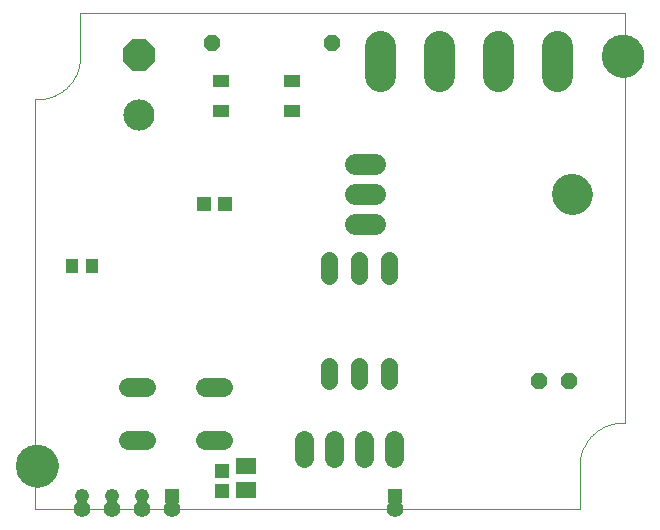
<source format=gbs>
G75*
%MOIN*%
%OFA0B0*%
%FSLAX25Y25*%
%IPPOS*%
%LPD*%
%AMOC8*
5,1,8,0,0,1.08239X$1,22.5*
%
%ADD10C,0.00394*%
%ADD11C,0.00000*%
%ADD12C,0.14180*%
%ADD13C,0.06337*%
%ADD14R,0.04337X0.04731*%
%ADD15R,0.05518X0.04337*%
%ADD16C,0.10400*%
%ADD17OC8,0.10400*%
%ADD18R,0.04534X0.04652*%
%ADD19C,0.10400*%
%ADD20OC8,0.05600*%
%ADD21C,0.07000*%
%ADD22C,0.13400*%
%ADD23C,0.05600*%
%ADD24R,0.04762X0.04762*%
%ADD25C,0.04762*%
%ADD26C,0.05550*%
%ADD27R,0.04652X0.04534*%
%ADD28R,0.06699X0.05518*%
%ADD29C,0.06400*%
D10*
X0014189Y0005042D02*
X0195882Y0005042D01*
X0195882Y0019609D02*
X0195886Y0019951D01*
X0195899Y0020294D01*
X0195919Y0020636D01*
X0195948Y0020977D01*
X0195985Y0021317D01*
X0196031Y0021657D01*
X0196084Y0021995D01*
X0196146Y0022332D01*
X0196216Y0022667D01*
X0196294Y0023001D01*
X0196380Y0023332D01*
X0196474Y0023662D01*
X0196576Y0023989D01*
X0196685Y0024313D01*
X0196803Y0024635D01*
X0196928Y0024954D01*
X0197061Y0025269D01*
X0197202Y0025582D01*
X0197350Y0025890D01*
X0197505Y0026196D01*
X0197668Y0026497D01*
X0197838Y0026794D01*
X0198015Y0027087D01*
X0198200Y0027376D01*
X0198391Y0027660D01*
X0198589Y0027940D01*
X0198793Y0028214D01*
X0199005Y0028484D01*
X0199222Y0028748D01*
X0199446Y0029007D01*
X0199677Y0029261D01*
X0199913Y0029509D01*
X0200155Y0029751D01*
X0200403Y0029987D01*
X0200657Y0030218D01*
X0200916Y0030442D01*
X0201180Y0030659D01*
X0201450Y0030871D01*
X0201724Y0031075D01*
X0202004Y0031273D01*
X0202288Y0031464D01*
X0202577Y0031649D01*
X0202870Y0031826D01*
X0203167Y0031996D01*
X0203468Y0032159D01*
X0203774Y0032314D01*
X0204082Y0032462D01*
X0204395Y0032603D01*
X0204710Y0032736D01*
X0205029Y0032861D01*
X0205351Y0032979D01*
X0205675Y0033088D01*
X0206002Y0033190D01*
X0206332Y0033284D01*
X0206663Y0033370D01*
X0206997Y0033448D01*
X0207332Y0033518D01*
X0207669Y0033580D01*
X0208007Y0033633D01*
X0208347Y0033679D01*
X0208687Y0033716D01*
X0209028Y0033745D01*
X0209370Y0033765D01*
X0209713Y0033778D01*
X0210055Y0033782D01*
X0211039Y0033782D02*
X0211039Y0170396D01*
X0029346Y0170396D01*
X0029346Y0155830D01*
X0029342Y0155488D01*
X0029329Y0155145D01*
X0029309Y0154803D01*
X0029280Y0154462D01*
X0029243Y0154122D01*
X0029197Y0153782D01*
X0029144Y0153444D01*
X0029082Y0153107D01*
X0029012Y0152772D01*
X0028934Y0152438D01*
X0028848Y0152107D01*
X0028754Y0151777D01*
X0028652Y0151450D01*
X0028543Y0151126D01*
X0028425Y0150804D01*
X0028300Y0150485D01*
X0028167Y0150170D01*
X0028026Y0149857D01*
X0027878Y0149549D01*
X0027723Y0149243D01*
X0027560Y0148942D01*
X0027390Y0148645D01*
X0027213Y0148352D01*
X0027028Y0148063D01*
X0026837Y0147779D01*
X0026639Y0147499D01*
X0026435Y0147225D01*
X0026223Y0146955D01*
X0026006Y0146691D01*
X0025782Y0146432D01*
X0025551Y0146178D01*
X0025315Y0145930D01*
X0025073Y0145688D01*
X0024825Y0145452D01*
X0024571Y0145221D01*
X0024312Y0144997D01*
X0024048Y0144780D01*
X0023778Y0144568D01*
X0023504Y0144364D01*
X0023224Y0144166D01*
X0022940Y0143975D01*
X0022651Y0143790D01*
X0022358Y0143613D01*
X0022061Y0143443D01*
X0021760Y0143280D01*
X0021454Y0143125D01*
X0021146Y0142977D01*
X0020833Y0142836D01*
X0020518Y0142703D01*
X0020199Y0142578D01*
X0019877Y0142460D01*
X0019553Y0142351D01*
X0019226Y0142249D01*
X0018896Y0142155D01*
X0018565Y0142069D01*
X0018231Y0141991D01*
X0017896Y0141921D01*
X0017559Y0141859D01*
X0017221Y0141806D01*
X0016881Y0141760D01*
X0016541Y0141723D01*
X0016200Y0141694D01*
X0015858Y0141674D01*
X0015515Y0141661D01*
X0015173Y0141657D01*
X0014189Y0141656D02*
X0014189Y0005042D01*
D11*
X0008086Y0019412D02*
X0008088Y0019581D01*
X0008094Y0019750D01*
X0008105Y0019919D01*
X0008119Y0020087D01*
X0008138Y0020255D01*
X0008161Y0020423D01*
X0008187Y0020590D01*
X0008218Y0020756D01*
X0008253Y0020922D01*
X0008292Y0021086D01*
X0008336Y0021250D01*
X0008383Y0021412D01*
X0008434Y0021573D01*
X0008489Y0021733D01*
X0008548Y0021892D01*
X0008610Y0022049D01*
X0008677Y0022204D01*
X0008748Y0022358D01*
X0008822Y0022510D01*
X0008900Y0022660D01*
X0008981Y0022808D01*
X0009066Y0022954D01*
X0009155Y0023098D01*
X0009247Y0023240D01*
X0009343Y0023379D01*
X0009442Y0023516D01*
X0009544Y0023651D01*
X0009650Y0023783D01*
X0009759Y0023912D01*
X0009871Y0024039D01*
X0009986Y0024163D01*
X0010104Y0024284D01*
X0010225Y0024402D01*
X0010349Y0024517D01*
X0010476Y0024629D01*
X0010605Y0024738D01*
X0010737Y0024844D01*
X0010872Y0024946D01*
X0011009Y0025045D01*
X0011148Y0025141D01*
X0011290Y0025233D01*
X0011434Y0025322D01*
X0011580Y0025407D01*
X0011728Y0025488D01*
X0011878Y0025566D01*
X0012030Y0025640D01*
X0012184Y0025711D01*
X0012339Y0025778D01*
X0012496Y0025840D01*
X0012655Y0025899D01*
X0012815Y0025954D01*
X0012976Y0026005D01*
X0013138Y0026052D01*
X0013302Y0026096D01*
X0013466Y0026135D01*
X0013632Y0026170D01*
X0013798Y0026201D01*
X0013965Y0026227D01*
X0014133Y0026250D01*
X0014301Y0026269D01*
X0014469Y0026283D01*
X0014638Y0026294D01*
X0014807Y0026300D01*
X0014976Y0026302D01*
X0015145Y0026300D01*
X0015314Y0026294D01*
X0015483Y0026283D01*
X0015651Y0026269D01*
X0015819Y0026250D01*
X0015987Y0026227D01*
X0016154Y0026201D01*
X0016320Y0026170D01*
X0016486Y0026135D01*
X0016650Y0026096D01*
X0016814Y0026052D01*
X0016976Y0026005D01*
X0017137Y0025954D01*
X0017297Y0025899D01*
X0017456Y0025840D01*
X0017613Y0025778D01*
X0017768Y0025711D01*
X0017922Y0025640D01*
X0018074Y0025566D01*
X0018224Y0025488D01*
X0018372Y0025407D01*
X0018518Y0025322D01*
X0018662Y0025233D01*
X0018804Y0025141D01*
X0018943Y0025045D01*
X0019080Y0024946D01*
X0019215Y0024844D01*
X0019347Y0024738D01*
X0019476Y0024629D01*
X0019603Y0024517D01*
X0019727Y0024402D01*
X0019848Y0024284D01*
X0019966Y0024163D01*
X0020081Y0024039D01*
X0020193Y0023912D01*
X0020302Y0023783D01*
X0020408Y0023651D01*
X0020510Y0023516D01*
X0020609Y0023379D01*
X0020705Y0023240D01*
X0020797Y0023098D01*
X0020886Y0022954D01*
X0020971Y0022808D01*
X0021052Y0022660D01*
X0021130Y0022510D01*
X0021204Y0022358D01*
X0021275Y0022204D01*
X0021342Y0022049D01*
X0021404Y0021892D01*
X0021463Y0021733D01*
X0021518Y0021573D01*
X0021569Y0021412D01*
X0021616Y0021250D01*
X0021660Y0021086D01*
X0021699Y0020922D01*
X0021734Y0020756D01*
X0021765Y0020590D01*
X0021791Y0020423D01*
X0021814Y0020255D01*
X0021833Y0020087D01*
X0021847Y0019919D01*
X0021858Y0019750D01*
X0021864Y0019581D01*
X0021866Y0019412D01*
X0021864Y0019243D01*
X0021858Y0019074D01*
X0021847Y0018905D01*
X0021833Y0018737D01*
X0021814Y0018569D01*
X0021791Y0018401D01*
X0021765Y0018234D01*
X0021734Y0018068D01*
X0021699Y0017902D01*
X0021660Y0017738D01*
X0021616Y0017574D01*
X0021569Y0017412D01*
X0021518Y0017251D01*
X0021463Y0017091D01*
X0021404Y0016932D01*
X0021342Y0016775D01*
X0021275Y0016620D01*
X0021204Y0016466D01*
X0021130Y0016314D01*
X0021052Y0016164D01*
X0020971Y0016016D01*
X0020886Y0015870D01*
X0020797Y0015726D01*
X0020705Y0015584D01*
X0020609Y0015445D01*
X0020510Y0015308D01*
X0020408Y0015173D01*
X0020302Y0015041D01*
X0020193Y0014912D01*
X0020081Y0014785D01*
X0019966Y0014661D01*
X0019848Y0014540D01*
X0019727Y0014422D01*
X0019603Y0014307D01*
X0019476Y0014195D01*
X0019347Y0014086D01*
X0019215Y0013980D01*
X0019080Y0013878D01*
X0018943Y0013779D01*
X0018804Y0013683D01*
X0018662Y0013591D01*
X0018518Y0013502D01*
X0018372Y0013417D01*
X0018224Y0013336D01*
X0018074Y0013258D01*
X0017922Y0013184D01*
X0017768Y0013113D01*
X0017613Y0013046D01*
X0017456Y0012984D01*
X0017297Y0012925D01*
X0017137Y0012870D01*
X0016976Y0012819D01*
X0016814Y0012772D01*
X0016650Y0012728D01*
X0016486Y0012689D01*
X0016320Y0012654D01*
X0016154Y0012623D01*
X0015987Y0012597D01*
X0015819Y0012574D01*
X0015651Y0012555D01*
X0015483Y0012541D01*
X0015314Y0012530D01*
X0015145Y0012524D01*
X0014976Y0012522D01*
X0014807Y0012524D01*
X0014638Y0012530D01*
X0014469Y0012541D01*
X0014301Y0012555D01*
X0014133Y0012574D01*
X0013965Y0012597D01*
X0013798Y0012623D01*
X0013632Y0012654D01*
X0013466Y0012689D01*
X0013302Y0012728D01*
X0013138Y0012772D01*
X0012976Y0012819D01*
X0012815Y0012870D01*
X0012655Y0012925D01*
X0012496Y0012984D01*
X0012339Y0013046D01*
X0012184Y0013113D01*
X0012030Y0013184D01*
X0011878Y0013258D01*
X0011728Y0013336D01*
X0011580Y0013417D01*
X0011434Y0013502D01*
X0011290Y0013591D01*
X0011148Y0013683D01*
X0011009Y0013779D01*
X0010872Y0013878D01*
X0010737Y0013980D01*
X0010605Y0014086D01*
X0010476Y0014195D01*
X0010349Y0014307D01*
X0010225Y0014422D01*
X0010104Y0014540D01*
X0009986Y0014661D01*
X0009871Y0014785D01*
X0009759Y0014912D01*
X0009650Y0015041D01*
X0009544Y0015173D01*
X0009442Y0015308D01*
X0009343Y0015445D01*
X0009247Y0015584D01*
X0009155Y0015726D01*
X0009066Y0015870D01*
X0008981Y0016016D01*
X0008900Y0016164D01*
X0008822Y0016314D01*
X0008748Y0016466D01*
X0008677Y0016620D01*
X0008610Y0016775D01*
X0008548Y0016932D01*
X0008489Y0017091D01*
X0008434Y0017251D01*
X0008383Y0017412D01*
X0008336Y0017574D01*
X0008292Y0017738D01*
X0008253Y0017902D01*
X0008218Y0018068D01*
X0008187Y0018234D01*
X0008161Y0018401D01*
X0008138Y0018569D01*
X0008119Y0018737D01*
X0008105Y0018905D01*
X0008094Y0019074D01*
X0008088Y0019243D01*
X0008086Y0019412D01*
X0014189Y0141656D02*
X0015173Y0141656D01*
X0186854Y0109971D02*
X0186856Y0110132D01*
X0186862Y0110292D01*
X0186872Y0110453D01*
X0186886Y0110613D01*
X0186904Y0110773D01*
X0186925Y0110932D01*
X0186951Y0111091D01*
X0186981Y0111249D01*
X0187014Y0111406D01*
X0187052Y0111563D01*
X0187093Y0111718D01*
X0187138Y0111872D01*
X0187187Y0112025D01*
X0187240Y0112177D01*
X0187296Y0112328D01*
X0187357Y0112477D01*
X0187420Y0112625D01*
X0187488Y0112771D01*
X0187559Y0112915D01*
X0187633Y0113057D01*
X0187711Y0113198D01*
X0187793Y0113336D01*
X0187878Y0113473D01*
X0187966Y0113607D01*
X0188058Y0113739D01*
X0188153Y0113869D01*
X0188251Y0113997D01*
X0188352Y0114122D01*
X0188456Y0114244D01*
X0188563Y0114364D01*
X0188673Y0114481D01*
X0188786Y0114596D01*
X0188902Y0114707D01*
X0189021Y0114816D01*
X0189142Y0114921D01*
X0189266Y0115024D01*
X0189392Y0115124D01*
X0189520Y0115220D01*
X0189651Y0115313D01*
X0189785Y0115403D01*
X0189920Y0115490D01*
X0190058Y0115573D01*
X0190197Y0115653D01*
X0190339Y0115729D01*
X0190482Y0115802D01*
X0190627Y0115871D01*
X0190774Y0115937D01*
X0190922Y0115999D01*
X0191072Y0116057D01*
X0191223Y0116112D01*
X0191376Y0116163D01*
X0191530Y0116210D01*
X0191685Y0116253D01*
X0191841Y0116292D01*
X0191997Y0116328D01*
X0192155Y0116359D01*
X0192313Y0116387D01*
X0192472Y0116411D01*
X0192632Y0116431D01*
X0192792Y0116447D01*
X0192952Y0116459D01*
X0193113Y0116467D01*
X0193274Y0116471D01*
X0193434Y0116471D01*
X0193595Y0116467D01*
X0193756Y0116459D01*
X0193916Y0116447D01*
X0194076Y0116431D01*
X0194236Y0116411D01*
X0194395Y0116387D01*
X0194553Y0116359D01*
X0194711Y0116328D01*
X0194867Y0116292D01*
X0195023Y0116253D01*
X0195178Y0116210D01*
X0195332Y0116163D01*
X0195485Y0116112D01*
X0195636Y0116057D01*
X0195786Y0115999D01*
X0195934Y0115937D01*
X0196081Y0115871D01*
X0196226Y0115802D01*
X0196369Y0115729D01*
X0196511Y0115653D01*
X0196650Y0115573D01*
X0196788Y0115490D01*
X0196923Y0115403D01*
X0197057Y0115313D01*
X0197188Y0115220D01*
X0197316Y0115124D01*
X0197442Y0115024D01*
X0197566Y0114921D01*
X0197687Y0114816D01*
X0197806Y0114707D01*
X0197922Y0114596D01*
X0198035Y0114481D01*
X0198145Y0114364D01*
X0198252Y0114244D01*
X0198356Y0114122D01*
X0198457Y0113997D01*
X0198555Y0113869D01*
X0198650Y0113739D01*
X0198742Y0113607D01*
X0198830Y0113473D01*
X0198915Y0113336D01*
X0198997Y0113198D01*
X0199075Y0113057D01*
X0199149Y0112915D01*
X0199220Y0112771D01*
X0199288Y0112625D01*
X0199351Y0112477D01*
X0199412Y0112328D01*
X0199468Y0112177D01*
X0199521Y0112025D01*
X0199570Y0111872D01*
X0199615Y0111718D01*
X0199656Y0111563D01*
X0199694Y0111406D01*
X0199727Y0111249D01*
X0199757Y0111091D01*
X0199783Y0110932D01*
X0199804Y0110773D01*
X0199822Y0110613D01*
X0199836Y0110453D01*
X0199846Y0110292D01*
X0199852Y0110132D01*
X0199854Y0109971D01*
X0199852Y0109810D01*
X0199846Y0109650D01*
X0199836Y0109489D01*
X0199822Y0109329D01*
X0199804Y0109169D01*
X0199783Y0109010D01*
X0199757Y0108851D01*
X0199727Y0108693D01*
X0199694Y0108536D01*
X0199656Y0108379D01*
X0199615Y0108224D01*
X0199570Y0108070D01*
X0199521Y0107917D01*
X0199468Y0107765D01*
X0199412Y0107614D01*
X0199351Y0107465D01*
X0199288Y0107317D01*
X0199220Y0107171D01*
X0199149Y0107027D01*
X0199075Y0106885D01*
X0198997Y0106744D01*
X0198915Y0106606D01*
X0198830Y0106469D01*
X0198742Y0106335D01*
X0198650Y0106203D01*
X0198555Y0106073D01*
X0198457Y0105945D01*
X0198356Y0105820D01*
X0198252Y0105698D01*
X0198145Y0105578D01*
X0198035Y0105461D01*
X0197922Y0105346D01*
X0197806Y0105235D01*
X0197687Y0105126D01*
X0197566Y0105021D01*
X0197442Y0104918D01*
X0197316Y0104818D01*
X0197188Y0104722D01*
X0197057Y0104629D01*
X0196923Y0104539D01*
X0196788Y0104452D01*
X0196650Y0104369D01*
X0196511Y0104289D01*
X0196369Y0104213D01*
X0196226Y0104140D01*
X0196081Y0104071D01*
X0195934Y0104005D01*
X0195786Y0103943D01*
X0195636Y0103885D01*
X0195485Y0103830D01*
X0195332Y0103779D01*
X0195178Y0103732D01*
X0195023Y0103689D01*
X0194867Y0103650D01*
X0194711Y0103614D01*
X0194553Y0103583D01*
X0194395Y0103555D01*
X0194236Y0103531D01*
X0194076Y0103511D01*
X0193916Y0103495D01*
X0193756Y0103483D01*
X0193595Y0103475D01*
X0193434Y0103471D01*
X0193274Y0103471D01*
X0193113Y0103475D01*
X0192952Y0103483D01*
X0192792Y0103495D01*
X0192632Y0103511D01*
X0192472Y0103531D01*
X0192313Y0103555D01*
X0192155Y0103583D01*
X0191997Y0103614D01*
X0191841Y0103650D01*
X0191685Y0103689D01*
X0191530Y0103732D01*
X0191376Y0103779D01*
X0191223Y0103830D01*
X0191072Y0103885D01*
X0190922Y0103943D01*
X0190774Y0104005D01*
X0190627Y0104071D01*
X0190482Y0104140D01*
X0190339Y0104213D01*
X0190197Y0104289D01*
X0190058Y0104369D01*
X0189920Y0104452D01*
X0189785Y0104539D01*
X0189651Y0104629D01*
X0189520Y0104722D01*
X0189392Y0104818D01*
X0189266Y0104918D01*
X0189142Y0105021D01*
X0189021Y0105126D01*
X0188902Y0105235D01*
X0188786Y0105346D01*
X0188673Y0105461D01*
X0188563Y0105578D01*
X0188456Y0105698D01*
X0188352Y0105820D01*
X0188251Y0105945D01*
X0188153Y0106073D01*
X0188058Y0106203D01*
X0187966Y0106335D01*
X0187878Y0106469D01*
X0187793Y0106606D01*
X0187711Y0106744D01*
X0187633Y0106885D01*
X0187559Y0107027D01*
X0187488Y0107171D01*
X0187420Y0107317D01*
X0187357Y0107465D01*
X0187296Y0107614D01*
X0187240Y0107765D01*
X0187187Y0107917D01*
X0187138Y0108070D01*
X0187093Y0108224D01*
X0187052Y0108379D01*
X0187014Y0108536D01*
X0186981Y0108693D01*
X0186951Y0108851D01*
X0186925Y0109010D01*
X0186904Y0109169D01*
X0186886Y0109329D01*
X0186872Y0109489D01*
X0186862Y0109650D01*
X0186856Y0109810D01*
X0186854Y0109971D01*
X0203362Y0156026D02*
X0203364Y0156195D01*
X0203370Y0156364D01*
X0203381Y0156533D01*
X0203395Y0156701D01*
X0203414Y0156869D01*
X0203437Y0157037D01*
X0203463Y0157204D01*
X0203494Y0157370D01*
X0203529Y0157536D01*
X0203568Y0157700D01*
X0203612Y0157864D01*
X0203659Y0158026D01*
X0203710Y0158187D01*
X0203765Y0158347D01*
X0203824Y0158506D01*
X0203886Y0158663D01*
X0203953Y0158818D01*
X0204024Y0158972D01*
X0204098Y0159124D01*
X0204176Y0159274D01*
X0204257Y0159422D01*
X0204342Y0159568D01*
X0204431Y0159712D01*
X0204523Y0159854D01*
X0204619Y0159993D01*
X0204718Y0160130D01*
X0204820Y0160265D01*
X0204926Y0160397D01*
X0205035Y0160526D01*
X0205147Y0160653D01*
X0205262Y0160777D01*
X0205380Y0160898D01*
X0205501Y0161016D01*
X0205625Y0161131D01*
X0205752Y0161243D01*
X0205881Y0161352D01*
X0206013Y0161458D01*
X0206148Y0161560D01*
X0206285Y0161659D01*
X0206424Y0161755D01*
X0206566Y0161847D01*
X0206710Y0161936D01*
X0206856Y0162021D01*
X0207004Y0162102D01*
X0207154Y0162180D01*
X0207306Y0162254D01*
X0207460Y0162325D01*
X0207615Y0162392D01*
X0207772Y0162454D01*
X0207931Y0162513D01*
X0208091Y0162568D01*
X0208252Y0162619D01*
X0208414Y0162666D01*
X0208578Y0162710D01*
X0208742Y0162749D01*
X0208908Y0162784D01*
X0209074Y0162815D01*
X0209241Y0162841D01*
X0209409Y0162864D01*
X0209577Y0162883D01*
X0209745Y0162897D01*
X0209914Y0162908D01*
X0210083Y0162914D01*
X0210252Y0162916D01*
X0210421Y0162914D01*
X0210590Y0162908D01*
X0210759Y0162897D01*
X0210927Y0162883D01*
X0211095Y0162864D01*
X0211263Y0162841D01*
X0211430Y0162815D01*
X0211596Y0162784D01*
X0211762Y0162749D01*
X0211926Y0162710D01*
X0212090Y0162666D01*
X0212252Y0162619D01*
X0212413Y0162568D01*
X0212573Y0162513D01*
X0212732Y0162454D01*
X0212889Y0162392D01*
X0213044Y0162325D01*
X0213198Y0162254D01*
X0213350Y0162180D01*
X0213500Y0162102D01*
X0213648Y0162021D01*
X0213794Y0161936D01*
X0213938Y0161847D01*
X0214080Y0161755D01*
X0214219Y0161659D01*
X0214356Y0161560D01*
X0214491Y0161458D01*
X0214623Y0161352D01*
X0214752Y0161243D01*
X0214879Y0161131D01*
X0215003Y0161016D01*
X0215124Y0160898D01*
X0215242Y0160777D01*
X0215357Y0160653D01*
X0215469Y0160526D01*
X0215578Y0160397D01*
X0215684Y0160265D01*
X0215786Y0160130D01*
X0215885Y0159993D01*
X0215981Y0159854D01*
X0216073Y0159712D01*
X0216162Y0159568D01*
X0216247Y0159422D01*
X0216328Y0159274D01*
X0216406Y0159124D01*
X0216480Y0158972D01*
X0216551Y0158818D01*
X0216618Y0158663D01*
X0216680Y0158506D01*
X0216739Y0158347D01*
X0216794Y0158187D01*
X0216845Y0158026D01*
X0216892Y0157864D01*
X0216936Y0157700D01*
X0216975Y0157536D01*
X0217010Y0157370D01*
X0217041Y0157204D01*
X0217067Y0157037D01*
X0217090Y0156869D01*
X0217109Y0156701D01*
X0217123Y0156533D01*
X0217134Y0156364D01*
X0217140Y0156195D01*
X0217142Y0156026D01*
X0217140Y0155857D01*
X0217134Y0155688D01*
X0217123Y0155519D01*
X0217109Y0155351D01*
X0217090Y0155183D01*
X0217067Y0155015D01*
X0217041Y0154848D01*
X0217010Y0154682D01*
X0216975Y0154516D01*
X0216936Y0154352D01*
X0216892Y0154188D01*
X0216845Y0154026D01*
X0216794Y0153865D01*
X0216739Y0153705D01*
X0216680Y0153546D01*
X0216618Y0153389D01*
X0216551Y0153234D01*
X0216480Y0153080D01*
X0216406Y0152928D01*
X0216328Y0152778D01*
X0216247Y0152630D01*
X0216162Y0152484D01*
X0216073Y0152340D01*
X0215981Y0152198D01*
X0215885Y0152059D01*
X0215786Y0151922D01*
X0215684Y0151787D01*
X0215578Y0151655D01*
X0215469Y0151526D01*
X0215357Y0151399D01*
X0215242Y0151275D01*
X0215124Y0151154D01*
X0215003Y0151036D01*
X0214879Y0150921D01*
X0214752Y0150809D01*
X0214623Y0150700D01*
X0214491Y0150594D01*
X0214356Y0150492D01*
X0214219Y0150393D01*
X0214080Y0150297D01*
X0213938Y0150205D01*
X0213794Y0150116D01*
X0213648Y0150031D01*
X0213500Y0149950D01*
X0213350Y0149872D01*
X0213198Y0149798D01*
X0213044Y0149727D01*
X0212889Y0149660D01*
X0212732Y0149598D01*
X0212573Y0149539D01*
X0212413Y0149484D01*
X0212252Y0149433D01*
X0212090Y0149386D01*
X0211926Y0149342D01*
X0211762Y0149303D01*
X0211596Y0149268D01*
X0211430Y0149237D01*
X0211263Y0149211D01*
X0211095Y0149188D01*
X0210927Y0149169D01*
X0210759Y0149155D01*
X0210590Y0149144D01*
X0210421Y0149138D01*
X0210252Y0149136D01*
X0210083Y0149138D01*
X0209914Y0149144D01*
X0209745Y0149155D01*
X0209577Y0149169D01*
X0209409Y0149188D01*
X0209241Y0149211D01*
X0209074Y0149237D01*
X0208908Y0149268D01*
X0208742Y0149303D01*
X0208578Y0149342D01*
X0208414Y0149386D01*
X0208252Y0149433D01*
X0208091Y0149484D01*
X0207931Y0149539D01*
X0207772Y0149598D01*
X0207615Y0149660D01*
X0207460Y0149727D01*
X0207306Y0149798D01*
X0207154Y0149872D01*
X0207004Y0149950D01*
X0206856Y0150031D01*
X0206710Y0150116D01*
X0206566Y0150205D01*
X0206424Y0150297D01*
X0206285Y0150393D01*
X0206148Y0150492D01*
X0206013Y0150594D01*
X0205881Y0150700D01*
X0205752Y0150809D01*
X0205625Y0150921D01*
X0205501Y0151036D01*
X0205380Y0151154D01*
X0205262Y0151275D01*
X0205147Y0151399D01*
X0205035Y0151526D01*
X0204926Y0151655D01*
X0204820Y0151787D01*
X0204718Y0151922D01*
X0204619Y0152059D01*
X0204523Y0152198D01*
X0204431Y0152340D01*
X0204342Y0152484D01*
X0204257Y0152630D01*
X0204176Y0152778D01*
X0204098Y0152928D01*
X0204024Y0153080D01*
X0203953Y0153234D01*
X0203886Y0153389D01*
X0203824Y0153546D01*
X0203765Y0153705D01*
X0203710Y0153865D01*
X0203659Y0154026D01*
X0203612Y0154188D01*
X0203568Y0154352D01*
X0203529Y0154516D01*
X0203494Y0154682D01*
X0203463Y0154848D01*
X0203437Y0155015D01*
X0203414Y0155183D01*
X0203395Y0155351D01*
X0203381Y0155519D01*
X0203370Y0155688D01*
X0203364Y0155857D01*
X0203362Y0156026D01*
X0210055Y0033782D02*
X0211039Y0033782D01*
X0195882Y0019609D02*
X0195882Y0005042D01*
D12*
X0014976Y0019412D03*
X0210252Y0156026D03*
D13*
X0076878Y0045755D02*
X0070941Y0045755D01*
X0051287Y0045755D02*
X0045350Y0045755D01*
X0045350Y0028038D02*
X0051287Y0028038D01*
X0070941Y0028038D02*
X0076878Y0028038D01*
D14*
X0033197Y0085916D03*
X0026504Y0085916D03*
D15*
X0076441Y0137696D03*
X0076441Y0147696D03*
X0100063Y0147696D03*
X0100063Y0137696D03*
D16*
X0048862Y0136349D03*
D17*
X0048862Y0156349D03*
D18*
X0070701Y0106861D03*
X0077591Y0106861D03*
D19*
X0129201Y0149452D02*
X0129201Y0159452D01*
X0148886Y0159452D02*
X0148886Y0149452D01*
X0168571Y0149452D02*
X0168571Y0159452D01*
X0188256Y0159452D02*
X0188256Y0149452D01*
D20*
X0113323Y0160341D03*
X0073323Y0160341D03*
X0182150Y0047857D03*
X0192150Y0047857D03*
D21*
X0127654Y0099971D02*
X0121054Y0099971D01*
X0121054Y0109971D02*
X0127654Y0109971D01*
X0127654Y0119971D02*
X0121054Y0119971D01*
D22*
X0193354Y0109971D03*
D23*
X0132201Y0087974D02*
X0132201Y0082774D01*
X0122201Y0082774D02*
X0122201Y0087974D01*
X0112201Y0087974D02*
X0112201Y0082774D01*
X0112201Y0052774D02*
X0112201Y0047574D01*
X0122201Y0047574D02*
X0122201Y0052774D01*
X0132201Y0052774D02*
X0132201Y0047574D01*
D24*
X0134295Y0009381D03*
X0060122Y0009381D03*
D25*
X0050122Y0009381D03*
X0040122Y0009381D03*
X0030122Y0009381D03*
D26*
X0030122Y0005050D03*
X0040122Y0005050D03*
X0050122Y0005050D03*
X0060122Y0005050D03*
X0134295Y0005050D03*
D27*
X0076535Y0010940D03*
X0076535Y0017830D03*
D28*
X0084795Y0019255D03*
X0084795Y0011381D03*
D29*
X0104075Y0022089D02*
X0104075Y0028089D01*
X0114075Y0028089D02*
X0114075Y0022089D01*
X0124075Y0022089D02*
X0124075Y0028089D01*
X0134075Y0028089D02*
X0134075Y0022089D01*
M02*

</source>
